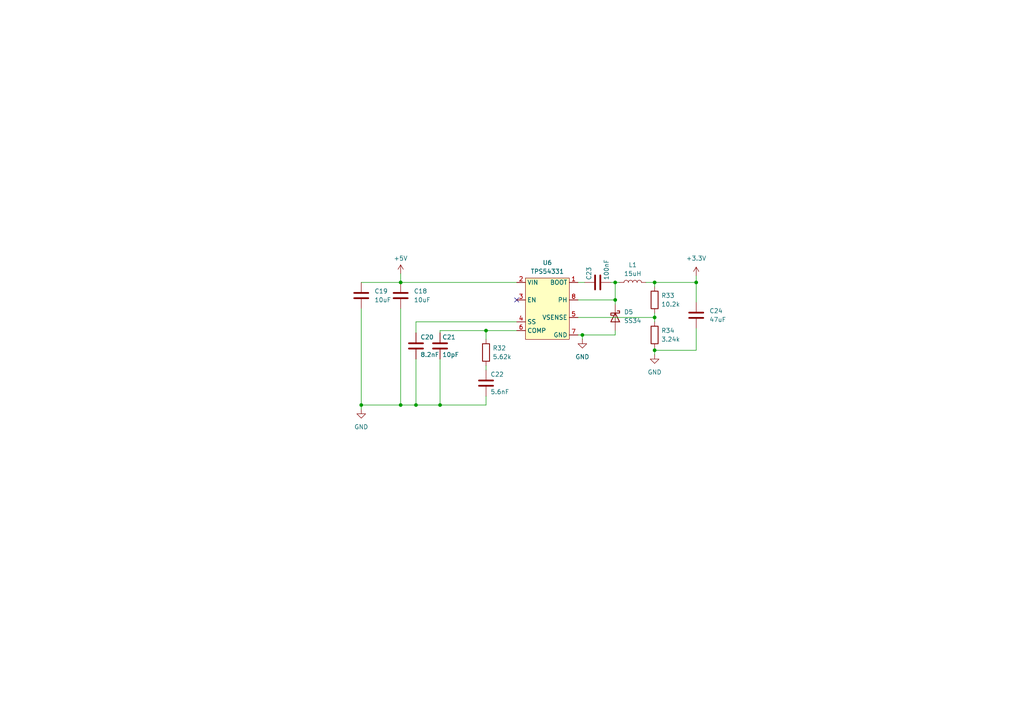
<source format=kicad_sch>
(kicad_sch (version 20250114) (generator "eeschema") (generator_version "9.0")
  (paper "A4")
  (lib_symbols
    (symbol "Device:C" (pin_numbers (hide yes)) (pin_names (offset 0.254))
      (property "Reference" "C" (at 0.635 2.54 0))
      (property "Value" "C" (at 0.635 -2.54 0))
      (symbol "C_0_1"
        (polyline (pts (xy -2.032 0.762) (xy 2.032 0.762)) (stroke (width 0.508)))
        (polyline (pts (xy -2.032 -0.762) (xy 2.032 -0.762)) (stroke (width 0.508)))
      )
      (symbol "C_1_1"
        (pin passive line (at 0 3.81 270) (length 2.794) (name "~") (number "1"))
        (pin passive line (at 0 -3.81 90) (length 2.794) (name "~") (number "2"))
      )
    )
    (symbol "Device:L" (pin_numbers (hide yes)) (pin_names (offset 1.016) (hide yes))
      (property "Reference" "L" (at -1.27 0 90))
      (property "Value" "L" (at 1.905 0 90))
      (symbol "L_0_1"
        (arc (start 0 2.54) (mid 0.6323 1.905) (end 0 1.27))
        (arc (start 0 1.27) (mid 0.6323 0.635) (end 0 0))
        (arc (start 0 0) (mid 0.6323 -0.635) (end 0 -1.27))
        (arc (start 0 -1.27) (mid 0.6323 -1.905) (end 0 -2.54))
      )
      (symbol "L_1_1"
        (pin passive line (at 0 3.81 270) (length 1.27) (name "1") (number "1"))
        (pin passive line (at 0 -3.81 90) (length 1.27) (name "2") (number "2"))
      )
    )
    (symbol "Device:R" (pin_numbers (hide yes)) (pin_names (offset 0))
      (property "Reference" "R" (at 2.032 0 90))
      (property "Value" "R" (at 0 0 90))
      (symbol "R_0_1"
        (rectangle (start -1.016 -2.54) (end 1.016 2.54) (stroke (width 0.254)))
      )
      (symbol "R_1_1"
        (pin passive line (at 0 3.81 270) (length 1.27) (name "~") (number "1"))
        (pin passive line (at 0 -3.81 90) (length 1.27) (name "~") (number "2"))
      )
    )
    (symbol "Diode:SS34" (pin_numbers (hide yes)) (pin_names (offset 1.016) (hide yes))
      (property "Reference" "D" (at 0 2.54 0))
      (property "Value" "SS34" (at 0 -2.54 0))
      (symbol "SS34_0_1"
        (polyline (pts (xy -1.905 0.635) (xy -1.905 1.27) (xy -1.27 1.27) (xy -1.27 -1.27) (xy -0.635 -1.27) (xy -0.635 -0.635)) (stroke (width 0.254)))
        (polyline (pts (xy 1.27 1.27) (xy 1.27 -1.27) (xy -1.27 0) (xy 1.27 1.27)) (stroke (width 0.254)))
        (polyline (pts (xy 1.27 0) (xy -1.27 0)))
      )
      (symbol "SS34_1_1"
        (pin passive line (at -3.81 0 0) (length 2.54) (name "K") (number "1"))
        (pin passive line (at 3.81 0 180) (length 2.54) (name "A") (number "2"))
      )
    )
    (symbol "TPS54331:TPS54331"
      (property "Reference" "U?" (at -5.842 6.35 0))
      (property "Value" "TPS54331" (at 0 0 0))
      (symbol "TPS54331_1_1"
        (rectangle (start -6.35 5.08) (end 6.35 -12.7) (fill (type background)))
        (pin input line (at -8.89 3.81 0) (length 2.54) (name "VIN") (number "2"))
        (pin input line (at -8.89 -1.27 0) (length 2.54) (name "EN") (number "3"))
        (pin input line (at -8.89 -7.62 0) (length 2.54) (name "SS") (number "4"))
        (pin input line (at -8.89 -10.16 0) (length 2.54) (name "COMP") (number "6"))
        (pin input line (at 8.89 3.81 180) (length 2.54) (name "BOOT") (number "1"))
        (pin input line (at 8.89 -1.27 180) (length 2.54) (name "PH") (number "8"))
        (pin input line (at 8.89 -6.35 180) (length 2.54) (name "VSENSE") (number "5"))
        (pin input line (at 8.89 -11.43 180) (length 2.54) (name "GND") (number "7"))
      )
    )
    (symbol "power:+3.3V" (power) (pin_numbers (hide yes)) (pin_names (offset 0) (hide yes))
      (property "Value" "+3.3V" (at 0 3.556 0))
      (symbol "+3.3V_0_1"
        (polyline (pts (xy -0.762 1.27) (xy 0 2.54)))
        (polyline (pts (xy 0 2.54) (xy 0.762 1.27)))
        (polyline (pts (xy 0 0) (xy 0 2.54)))
      )
      (symbol "+3.3V_1_1"
        (pin power_in line (at 0 0 90) (length 0) (name "~") (number "1"))
      )
    )
    (symbol "power:+5V" (power) (pin_numbers (hide yes)) (pin_names (offset 0) (hide yes))
      (property "Value" "+5V" (at 0 3.556 0))
      (symbol "+5V_0_1"
        (polyline (pts (xy -0.762 1.27) (xy 0 2.54)))
        (polyline (pts (xy 0 2.54) (xy 0.762 1.27)))
        (polyline (pts (xy 0 0) (xy 0 2.54)))
      )
      (symbol "+5V_1_1"
        (pin power_in line (at 0 0 90) (length 0) (name "~") (number "1"))
      )
    )
    (symbol "power:GND" (power) (pin_numbers (hide yes)) (pin_names (offset 0) (hide yes))
      (property "Value" "GND" (at 0 -3.81 0))
      (symbol "GND_0_1"
        (polyline (pts (xy 0 0) (xy 0 -1.27) (xy 1.27 -1.27) (xy 0 -2.54) (xy -1.27 -1.27) (xy 0 -1.27)))
      )
      (symbol "GND_1_1"
        (pin power_in line (at 0 0 270) (length 0) (name "~") (number "1"))
      )
    )
  )
  (junction (at 116.205 117.475))
  (junction (at 116.205 81.915))
  (junction (at 189.865 101.6))
  (junction (at 178.435 86.995))
  (junction (at 140.97 95.885))
  (junction (at 189.865 92.075))
  (junction (at 168.91 97.155))
  (junction (at 120.65 117.475))
  (junction (at 178.435 81.915))
  (junction (at 127.635 117.475))
  (junction (at 201.93 81.915))
  (junction (at 104.775 117.475))
  (junction (at 189.865 81.915))
  (no_connect (at 149.86 86.995))
  (wire (pts (xy 116.205 117.475) (xy 116.205 89.535)))
  (wire (pts (xy 189.865 100.965) (xy 189.865 101.6)))
  (wire (pts (xy 116.205 81.915) (xy 149.86 81.915)))
  (wire (pts (xy 140.97 117.475) (xy 140.97 114.935)))
  (wire (pts (xy 140.97 95.885) (xy 140.97 98.425)))
  (wire (pts (xy 178.435 81.915) (xy 179.705 81.915)))
  (wire (pts (xy 127.635 117.475) (xy 140.97 117.475)))
  (wire (pts (xy 201.93 95.25) (xy 201.93 101.6)))
  (wire (pts (xy 120.65 117.475) (xy 116.205 117.475)))
  (wire (pts (xy 127.635 117.475) (xy 120.65 117.475)))
  (wire (pts (xy 178.435 81.915) (xy 177.165 81.915)))
  (wire (pts (xy 127.635 95.885) (xy 140.97 95.885)))
  (wire (pts (xy 127.635 95.885) (xy 127.635 96.52)))
  (wire (pts (xy 120.65 104.14) (xy 120.65 117.475)))
  (wire (pts (xy 189.865 92.075) (xy 189.865 93.345)))
  (wire (pts (xy 178.435 86.995) (xy 178.435 81.915)))
  (wire (pts (xy 189.865 90.805) (xy 189.865 92.075)))
  (wire (pts (xy 178.435 86.995) (xy 178.435 88.265)))
  (wire (pts (xy 201.93 87.63) (xy 201.93 81.915)))
  (wire (pts (xy 167.64 92.075) (xy 189.865 92.075)))
  (wire (pts (xy 201.93 81.915) (xy 189.865 81.915)))
  (wire (pts (xy 120.65 96.52) (xy 120.65 93.345)))
  (wire (pts (xy 116.205 79.375) (xy 116.205 81.915)))
  (wire (pts (xy 187.325 81.915) (xy 189.865 81.915)))
  (wire (pts (xy 201.93 101.6) (xy 189.865 101.6)))
  (wire (pts (xy 104.775 81.915) (xy 116.205 81.915)))
  (wire (pts (xy 140.97 106.045) (xy 140.97 107.315)))
  (wire (pts (xy 167.64 97.155) (xy 168.91 97.155)))
  (wire (pts (xy 189.865 101.6) (xy 189.865 102.87)))
  (wire (pts (xy 167.64 81.915) (xy 169.545 81.915)))
  (wire (pts (xy 167.64 86.995) (xy 178.435 86.995)))
  (wire (pts (xy 178.435 97.155) (xy 168.91 97.155)))
  (wire (pts (xy 140.97 95.885) (xy 149.86 95.885)))
  (wire (pts (xy 189.865 81.915) (xy 189.865 83.185)))
  (wire (pts (xy 104.775 117.475) (xy 104.775 118.745)))
  (wire (pts (xy 168.91 97.155) (xy 168.91 98.425)))
  (wire (pts (xy 127.635 104.14) (xy 127.635 117.475)))
  (wire (pts (xy 104.775 117.475) (xy 116.205 117.475)))
  (wire (pts (xy 178.435 95.885) (xy 178.435 97.155)))
  (wire (pts (xy 104.775 89.535) (xy 104.775 117.475)))
  (wire (pts (xy 120.65 93.345) (xy 149.86 93.345)))
  (wire (pts (xy 201.93 80.01) (xy 201.93 81.915)))
  (symbol (lib_id "power:GND") (at 104.775 118.745 0) (unit 1)
    (property "Reference" "#PWR031" (effects (hide yes)))
    (property "Value" "GND" (at 104.775 123.825 0))
    (property "Description" "Power symbol creates a global label with name \"GND\" , ground" (effects (hide yes)))
  )
  (symbol (lib_id "Device:R") (at 189.865 97.155 0) (unit 1)
    (property "Reference" "R34" (at 191.77 95.8849 0) (effects (justify left)))
    (property "Value" "3.24k" (at 191.77 98.4249 0) (effects (justify left)))
    (property "Footprint" "Resistor_SMD:R_0603_1608Metric" (effects (hide yes)))
    (property "Description" "Resistor" (effects (hide yes)))
  )
  (symbol (lib_id "Device:L") (at 183.515 81.915 90) (unit 1)
    (property "Reference" "L1" (at 183.515 76.835 90))
    (property "Value" "15uH" (at 183.515 79.375 90))
    (property "Footprint" "Inductor_SMD:L_Changjiang_FXL0630" (effects (hide yes)))
    (property "Description" "Inductor" (effects (hide yes)))
    (property "LCSC" "C177243" (effects (hide yes)))
  )
  (symbol (lib_id "Device:R") (at 140.97 102.235 0) (unit 1)
    (property "Reference" "R32" (at 142.875 100.9649 0) (effects (justify left)))
    (property "Value" "5.62k" (at 142.875 103.5049 0) (effects (justify left)))
    (property "Footprint" "Resistor_SMD:R_0603_1608Metric" (effects (hide yes)))
    (property "Description" "Resistor" (effects (hide yes)))
  )
  (symbol (lib_id "power:+5V") (at 116.205 79.375 0) (unit 1)
    (property "Reference" "#PWR034" (effects (hide yes)))
    (property "Value" "+5V" (at 116.205 74.93 0))
    (property "Description" "Power symbol creates a global label with name \"+5V\"" (effects (hide yes)))
  )
  (symbol (lib_id "Device:C") (at 116.205 85.725 0) (unit 1)
    (property "Reference" "C18" (at 120.015 84.4549 0) (effects (justify left)))
    (property "Value" "10uF" (at 120.015 86.9949 0) (effects (justify left)))
    (property "Footprint" "Capacitor_SMD:C_0805_2012Metric" (effects (hide yes)))
    (property "Description" "Unpolarized capacitor" (effects (hide yes)))
    (property "LCSC" "C15850" (effects (hide yes)))
  )
  (symbol (lib_id "Device:C") (at 120.65 100.33 0) (unit 1)
    (property "Reference" "C20" (at 121.92 97.79 0) (effects (justify left)))
    (property "Value" "8.2nF" (at 121.92 102.87 0) (effects (justify left)))
    (property "Footprint" "Capacitor_SMD:C_0603_1608Metric" (effects (hide yes)))
    (property "Description" "Unpolarized capacitor" (effects (hide yes)))
    (property "LCSC" "C1322360" (effects (hide yes)))
  )
  (symbol (lib_id "TPS54331:TPS54331") (at 158.75 85.725 0) (unit 1)
    (property "Reference" "U6" (at 158.75 76.2 0))
    (property "Value" "TPS54331" (at 158.75 78.74 0))
    (property "Footprint" "Package_SO:SOIC-8_3.9x4.9mm_P1.27mm" (effects (hide yes)))
    (property "LCSC" "C9865" (effects (hide yes)))
  )
  (symbol (lib_id "Device:C") (at 104.775 85.725 0) (unit 1)
    (property "Reference" "C19" (at 108.585 84.4549 0) (effects (justify left)))
    (property "Value" "10uF" (at 108.585 86.9949 0) (effects (justify left)))
    (property "Footprint" "Capacitor_SMD:C_0805_2012Metric" (effects (hide yes)))
    (property "Description" "Unpolarized capacitor" (effects (hide yes)))
    (property "LCSC" "C15850" (effects (hide yes)))
  )
  (symbol (lib_id "Device:C") (at 127.635 100.33 0) (unit 1)
    (property "Reference" "C21" (at 128.27 97.79 0) (effects (justify left)))
    (property "Value" "10pF" (at 128.27 102.87 0) (effects (justify left)))
    (property "Footprint" "Capacitor_SMD:C_0603_1608Metric" (effects (hide yes)))
    (property "Description" "Unpolarized capacitor" (effects (hide yes)))
    (property "LCSC" "C1634" (effects (hide yes)))
  )
  (symbol (lib_id "power:+3.3V") (at 201.93 80.01 0) (unit 1)
    (property "Reference" "#PWR035" (effects (hide yes)))
    (property "Value" "+3.3V" (at 201.93 74.93 0))
    (property "Description" "Power symbol creates a global label with name \"+3.3V\"" (effects (hide yes)))
  )
  (symbol (lib_id "Device:R") (at 189.865 86.995 0) (unit 1)
    (property "Reference" "R33" (at 191.77 85.7249 0) (effects (justify left)))
    (property "Value" "10.2k" (at 191.77 88.2649 0) (effects (justify left)))
    (property "Footprint" "Resistor_SMD:R_0603_1608Metric" (effects (hide yes)))
    (property "Description" "Resistor" (effects (hide yes)))
  )
  (symbol (lib_id "Device:C") (at 201.93 91.44 0) (unit 1)
    (property "Reference" "C24" (at 205.74 90.1699 0) (effects (justify left)))
    (property "Value" "47uF" (at 205.74 92.7099 0) (effects (justify left)))
    (property "Footprint" "Capacitor_SMD:C_0805_2012Metric" (effects (hide yes)))
    (property "Description" "Unpolarized capacitor" (effects (hide yes)))
    (property "LCSC" "C16780" (effects (hide yes)))
  )
  (symbol (lib_id "Device:C") (at 140.97 111.125 0) (unit 1)
    (property "Reference" "C22" (at 142.24 108.585 0) (effects (justify left)))
    (property "Value" "5.6nF" (at 142.24 113.665 0) (effects (justify left)))
    (property "Footprint" "Capacitor_SMD:C_0603_1608Metric" (effects (hide yes)))
    (property "Description" "Unpolarized capacitor" (effects (hide yes)))
    (property "LCSC" "C1628" (effects (hide yes)))
  )
  (symbol (lib_id "Device:C") (at 173.355 81.915 90) (unit 1)
    (property "Reference" "C23" (at 170.815 81.28 0) (effects (justify left)))
    (property "Value" "100nF" (at 175.895 81.28 0) (effects (justify left)))
    (property "Footprint" "Capacitor_SMD:C_0603_1608Metric" (effects (hide yes)))
    (property "Description" "Unpolarized capacitor" (effects (hide yes)))
    (property "LCSC" "C14663" (effects (hide yes)))
  )
  (symbol (lib_id "power:GND") (at 168.91 98.425 0) (unit 1)
    (property "Reference" "#PWR032" (effects (hide yes)))
    (property "Value" "GND" (at 168.91 103.505 0))
    (property "Description" "Power symbol creates a global label with name \"GND\" , ground" (effects (hide yes)))
  )
  (symbol (lib_id "power:GND") (at 189.865 102.87 0) (unit 1)
    (property "Reference" "#PWR033" (effects (hide yes)))
    (property "Value" "GND" (at 189.865 107.95 0))
    (property "Description" "Power symbol creates a global label with name \"GND\" , ground" (effects (hide yes)))
  )
  (symbol (lib_id "Diode:SS34") (at 178.435 92.075 270) (unit 1)
    (property "Reference" "D5" (at 180.975 90.4874 90) (effects (justify left)))
    (property "Value" "SS34" (at 180.975 93.0274 90) (effects (justify left)))
    (property "Footprint" "Diode_SMD:D_SMA" (effects (hide yes)))
    (property "Datasheet" "https://www.vishay.com/docs/88751/ss32.pdf" (effects (hide yes)))
    (property "Description" "40V 3A Schottky Diode, SMA" (effects (hide yes)))
    (property "LCSC" "C8678" (effects (hide yes)))
  )
)
</source>
